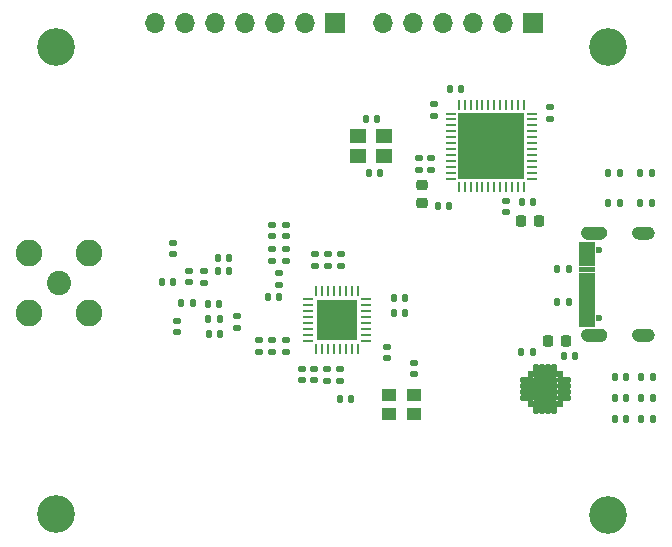
<source format=gbr>
%TF.GenerationSoftware,KiCad,Pcbnew,(6.0.6)*%
%TF.CreationDate,2024-06-26T22:32:41-07:00*%
%TF.ProjectId,rocketBeaconModule,726f636b-6574-4426-9561-636f6e4d6f64,rev?*%
%TF.SameCoordinates,Original*%
%TF.FileFunction,Soldermask,Top*%
%TF.FilePolarity,Negative*%
%FSLAX46Y46*%
G04 Gerber Fmt 4.6, Leading zero omitted, Abs format (unit mm)*
G04 Created by KiCad (PCBNEW (6.0.6)) date 2024-06-26 22:32:41*
%MOMM*%
%LPD*%
G01*
G04 APERTURE LIST*
G04 Aperture macros list*
%AMRoundRect*
0 Rectangle with rounded corners*
0 $1 Rounding radius*
0 $2 $3 $4 $5 $6 $7 $8 $9 X,Y pos of 4 corners*
0 Add a 4 corners polygon primitive as box body*
4,1,4,$2,$3,$4,$5,$6,$7,$8,$9,$2,$3,0*
0 Add four circle primitives for the rounded corners*
1,1,$1+$1,$2,$3*
1,1,$1+$1,$4,$5*
1,1,$1+$1,$6,$7*
1,1,$1+$1,$8,$9*
0 Add four rect primitives between the rounded corners*
20,1,$1+$1,$2,$3,$4,$5,0*
20,1,$1+$1,$4,$5,$6,$7,0*
20,1,$1+$1,$6,$7,$8,$9,0*
20,1,$1+$1,$8,$9,$2,$3,0*%
G04 Aperture macros list end*
%ADD10C,0.010000*%
%ADD11RoundRect,0.140000X-0.170000X0.140000X-0.170000X-0.140000X0.170000X-0.140000X0.170000X0.140000X0*%
%ADD12C,2.050000*%
%ADD13C,2.250000*%
%ADD14RoundRect,0.102000X0.175000X0.175000X-0.175000X0.175000X-0.175000X-0.175000X0.175000X-0.175000X0*%
%ADD15RoundRect,0.102000X-0.450000X0.150000X-0.450000X-0.150000X0.450000X-0.150000X0.450000X0.150000X0*%
%ADD16RoundRect,0.102000X-0.150000X-0.450000X0.150000X-0.450000X0.150000X0.450000X-0.150000X0.450000X0*%
%ADD17RoundRect,0.102000X0.450000X-0.150000X0.450000X0.150000X-0.450000X0.150000X-0.450000X-0.150000X0*%
%ADD18RoundRect,0.102000X0.150000X0.450000X-0.150000X0.450000X-0.150000X-0.450000X0.150000X-0.450000X0*%
%ADD19RoundRect,0.102000X0.900000X0.900000X-0.900000X0.900000X-0.900000X-0.900000X0.900000X-0.900000X0*%
%ADD20RoundRect,0.140000X0.170000X-0.140000X0.170000X0.140000X-0.170000X0.140000X-0.170000X-0.140000X0*%
%ADD21RoundRect,0.062500X-0.375000X-0.062500X0.375000X-0.062500X0.375000X0.062500X-0.375000X0.062500X0*%
%ADD22RoundRect,0.062500X-0.062500X-0.375000X0.062500X-0.375000X0.062500X0.375000X-0.062500X0.375000X0*%
%ADD23R,5.600000X5.600000*%
%ADD24RoundRect,0.147500X-0.147500X-0.172500X0.147500X-0.172500X0.147500X0.172500X-0.147500X0.172500X0*%
%ADD25RoundRect,0.140000X-0.140000X-0.170000X0.140000X-0.170000X0.140000X0.170000X-0.140000X0.170000X0*%
%ADD26RoundRect,0.140000X0.140000X0.170000X-0.140000X0.170000X-0.140000X-0.170000X0.140000X-0.170000X0*%
%ADD27C,3.200000*%
%ADD28RoundRect,0.135000X0.135000X0.185000X-0.135000X0.185000X-0.135000X-0.185000X0.135000X-0.185000X0*%
%ADD29RoundRect,0.218750X-0.256250X0.218750X-0.256250X-0.218750X0.256250X-0.218750X0.256250X0.218750X0*%
%ADD30RoundRect,0.062500X0.375000X0.062500X-0.375000X0.062500X-0.375000X-0.062500X0.375000X-0.062500X0*%
%ADD31RoundRect,0.062500X0.062500X0.375000X-0.062500X0.375000X-0.062500X-0.375000X0.062500X-0.375000X0*%
%ADD32R,3.450000X3.450000*%
%ADD33RoundRect,0.135000X-0.135000X-0.185000X0.135000X-0.185000X0.135000X0.185000X-0.135000X0.185000X0*%
%ADD34R,1.700000X1.700000*%
%ADD35O,1.700000X1.700000*%
%ADD36R,1.400000X1.200000*%
%ADD37R,1.300000X1.100000*%
%ADD38RoundRect,0.147500X0.147500X0.172500X-0.147500X0.172500X-0.147500X-0.172500X0.147500X-0.172500X0*%
%ADD39C,0.600000*%
%ADD40RoundRect,0.225000X-0.225000X-0.250000X0.225000X-0.250000X0.225000X0.250000X-0.225000X0.250000X0*%
%ADD41RoundRect,0.225000X0.225000X0.250000X-0.225000X0.250000X-0.225000X-0.250000X0.225000X-0.250000X0*%
G04 APERTURE END LIST*
%TO.C,J1*%
G36*
X224354500Y-92108000D02*
G01*
X223114500Y-92108000D01*
X223114500Y-91708000D01*
X224354500Y-91708000D01*
X224354500Y-92108000D01*
G37*
D10*
X224354500Y-92108000D02*
X223114500Y-92108000D01*
X223114500Y-91708000D01*
X224354500Y-91708000D01*
X224354500Y-92108000D01*
G36*
X224354500Y-88308000D02*
G01*
X223114500Y-88308000D01*
X223114500Y-87608000D01*
X224354500Y-87608000D01*
X224354500Y-88308000D01*
G37*
X224354500Y-88308000D02*
X223114500Y-88308000D01*
X223114500Y-87608000D01*
X224354500Y-87608000D01*
X224354500Y-88308000D01*
G36*
X228910500Y-94984000D02*
G01*
X228936500Y-94986000D01*
X228962500Y-94989000D01*
X228988500Y-94994000D01*
X229013500Y-95000000D01*
X229039500Y-95007000D01*
X229063500Y-95016000D01*
X229087500Y-95026000D01*
X229111500Y-95037000D01*
X229134500Y-95050000D01*
X229178500Y-95078000D01*
X229199500Y-95094000D01*
X229219500Y-95111000D01*
X229238500Y-95129000D01*
X229256500Y-95148000D01*
X229273500Y-95168000D01*
X229289500Y-95189000D01*
X229317500Y-95233000D01*
X229330500Y-95256000D01*
X229341500Y-95280000D01*
X229351500Y-95304000D01*
X229360500Y-95328000D01*
X229367500Y-95354000D01*
X229373500Y-95379000D01*
X229378500Y-95405000D01*
X229381500Y-95431000D01*
X229383500Y-95457000D01*
X229384500Y-95483000D01*
X229383500Y-95509000D01*
X229381500Y-95535000D01*
X229378500Y-95561000D01*
X229373500Y-95587000D01*
X229367500Y-95612000D01*
X229360500Y-95638000D01*
X229351500Y-95662000D01*
X229341500Y-95686000D01*
X229330500Y-95710000D01*
X229317500Y-95733000D01*
X229289500Y-95777000D01*
X229273500Y-95798000D01*
X229256500Y-95818000D01*
X229238500Y-95837000D01*
X229219500Y-95855000D01*
X229199500Y-95872000D01*
X229178500Y-95888000D01*
X229134500Y-95916000D01*
X229111500Y-95929000D01*
X229087500Y-95940000D01*
X229063500Y-95950000D01*
X229039500Y-95959000D01*
X229013500Y-95966000D01*
X228988500Y-95972000D01*
X228962500Y-95977000D01*
X228936500Y-95980000D01*
X228910500Y-95982000D01*
X228884500Y-95983000D01*
X228084500Y-95983000D01*
X228058500Y-95982000D01*
X228032500Y-95980000D01*
X228006500Y-95977000D01*
X227980500Y-95972000D01*
X227955500Y-95966000D01*
X227929500Y-95959000D01*
X227905500Y-95950000D01*
X227881500Y-95940000D01*
X227857500Y-95929000D01*
X227834500Y-95916000D01*
X227790500Y-95888000D01*
X227769500Y-95872000D01*
X227749500Y-95855000D01*
X227730500Y-95837000D01*
X227712500Y-95818000D01*
X227695500Y-95798000D01*
X227679500Y-95777000D01*
X227651500Y-95733000D01*
X227638500Y-95710000D01*
X227627500Y-95686000D01*
X227617500Y-95662000D01*
X227608500Y-95638000D01*
X227601500Y-95612000D01*
X227595500Y-95587000D01*
X227590500Y-95561000D01*
X227587500Y-95535000D01*
X227585500Y-95509000D01*
X227584500Y-95483000D01*
X227585500Y-95457000D01*
X227587500Y-95431000D01*
X227590500Y-95405000D01*
X227595500Y-95379000D01*
X227601500Y-95354000D01*
X227608500Y-95328000D01*
X227617500Y-95304000D01*
X227627500Y-95280000D01*
X227638500Y-95256000D01*
X227651500Y-95233000D01*
X227679500Y-95189000D01*
X227695500Y-95168000D01*
X227712500Y-95148000D01*
X227730500Y-95129000D01*
X227749500Y-95111000D01*
X227769500Y-95094000D01*
X227790500Y-95078000D01*
X227834500Y-95050000D01*
X227857500Y-95037000D01*
X227881500Y-95026000D01*
X227905500Y-95016000D01*
X227929500Y-95007000D01*
X227955500Y-95000000D01*
X227980500Y-94994000D01*
X228006500Y-94989000D01*
X228032500Y-94986000D01*
X228058500Y-94984000D01*
X228084500Y-94983000D01*
X228884500Y-94983000D01*
X228910500Y-94984000D01*
G37*
X228910500Y-94984000D02*
X228936500Y-94986000D01*
X228962500Y-94989000D01*
X228988500Y-94994000D01*
X229013500Y-95000000D01*
X229039500Y-95007000D01*
X229063500Y-95016000D01*
X229087500Y-95026000D01*
X229111500Y-95037000D01*
X229134500Y-95050000D01*
X229178500Y-95078000D01*
X229199500Y-95094000D01*
X229219500Y-95111000D01*
X229238500Y-95129000D01*
X229256500Y-95148000D01*
X229273500Y-95168000D01*
X229289500Y-95189000D01*
X229317500Y-95233000D01*
X229330500Y-95256000D01*
X229341500Y-95280000D01*
X229351500Y-95304000D01*
X229360500Y-95328000D01*
X229367500Y-95354000D01*
X229373500Y-95379000D01*
X229378500Y-95405000D01*
X229381500Y-95431000D01*
X229383500Y-95457000D01*
X229384500Y-95483000D01*
X229383500Y-95509000D01*
X229381500Y-95535000D01*
X229378500Y-95561000D01*
X229373500Y-95587000D01*
X229367500Y-95612000D01*
X229360500Y-95638000D01*
X229351500Y-95662000D01*
X229341500Y-95686000D01*
X229330500Y-95710000D01*
X229317500Y-95733000D01*
X229289500Y-95777000D01*
X229273500Y-95798000D01*
X229256500Y-95818000D01*
X229238500Y-95837000D01*
X229219500Y-95855000D01*
X229199500Y-95872000D01*
X229178500Y-95888000D01*
X229134500Y-95916000D01*
X229111500Y-95929000D01*
X229087500Y-95940000D01*
X229063500Y-95950000D01*
X229039500Y-95959000D01*
X229013500Y-95966000D01*
X228988500Y-95972000D01*
X228962500Y-95977000D01*
X228936500Y-95980000D01*
X228910500Y-95982000D01*
X228884500Y-95983000D01*
X228084500Y-95983000D01*
X228058500Y-95982000D01*
X228032500Y-95980000D01*
X228006500Y-95977000D01*
X227980500Y-95972000D01*
X227955500Y-95966000D01*
X227929500Y-95959000D01*
X227905500Y-95950000D01*
X227881500Y-95940000D01*
X227857500Y-95929000D01*
X227834500Y-95916000D01*
X227790500Y-95888000D01*
X227769500Y-95872000D01*
X227749500Y-95855000D01*
X227730500Y-95837000D01*
X227712500Y-95818000D01*
X227695500Y-95798000D01*
X227679500Y-95777000D01*
X227651500Y-95733000D01*
X227638500Y-95710000D01*
X227627500Y-95686000D01*
X227617500Y-95662000D01*
X227608500Y-95638000D01*
X227601500Y-95612000D01*
X227595500Y-95587000D01*
X227590500Y-95561000D01*
X227587500Y-95535000D01*
X227585500Y-95509000D01*
X227584500Y-95483000D01*
X227585500Y-95457000D01*
X227587500Y-95431000D01*
X227590500Y-95405000D01*
X227595500Y-95379000D01*
X227601500Y-95354000D01*
X227608500Y-95328000D01*
X227617500Y-95304000D01*
X227627500Y-95280000D01*
X227638500Y-95256000D01*
X227651500Y-95233000D01*
X227679500Y-95189000D01*
X227695500Y-95168000D01*
X227712500Y-95148000D01*
X227730500Y-95129000D01*
X227749500Y-95111000D01*
X227769500Y-95094000D01*
X227790500Y-95078000D01*
X227834500Y-95050000D01*
X227857500Y-95037000D01*
X227881500Y-95026000D01*
X227905500Y-95016000D01*
X227929500Y-95007000D01*
X227955500Y-95000000D01*
X227980500Y-94994000D01*
X228006500Y-94989000D01*
X228032500Y-94986000D01*
X228058500Y-94984000D01*
X228084500Y-94983000D01*
X228884500Y-94983000D01*
X228910500Y-94984000D01*
G36*
X224354500Y-90608000D02*
G01*
X223114500Y-90608000D01*
X223114500Y-90208000D01*
X224354500Y-90208000D01*
X224354500Y-90608000D01*
G37*
X224354500Y-90608000D02*
X223114500Y-90608000D01*
X223114500Y-90208000D01*
X224354500Y-90208000D01*
X224354500Y-90608000D01*
G36*
X224354500Y-89608000D02*
G01*
X223114500Y-89608000D01*
X223114500Y-89208000D01*
X224354500Y-89208000D01*
X224354500Y-89608000D01*
G37*
X224354500Y-89608000D02*
X223114500Y-89608000D01*
X223114500Y-89208000D01*
X224354500Y-89208000D01*
X224354500Y-89608000D01*
G36*
X224890500Y-94984000D02*
G01*
X224916500Y-94986000D01*
X224942500Y-94989000D01*
X224968500Y-94994000D01*
X224993500Y-95000000D01*
X225019500Y-95007000D01*
X225043500Y-95016000D01*
X225067500Y-95026000D01*
X225091500Y-95037000D01*
X225114500Y-95050000D01*
X225158500Y-95078000D01*
X225179500Y-95094000D01*
X225199500Y-95111000D01*
X225218500Y-95129000D01*
X225236500Y-95148000D01*
X225253500Y-95168000D01*
X225269500Y-95189000D01*
X225297500Y-95233000D01*
X225310500Y-95256000D01*
X225321500Y-95280000D01*
X225331500Y-95304000D01*
X225340500Y-95328000D01*
X225347500Y-95354000D01*
X225353500Y-95379000D01*
X225358500Y-95405000D01*
X225361500Y-95431000D01*
X225363500Y-95457000D01*
X225364500Y-95483000D01*
X225363500Y-95509000D01*
X225361500Y-95535000D01*
X225358500Y-95561000D01*
X225353500Y-95587000D01*
X225347500Y-95612000D01*
X225340500Y-95638000D01*
X225331500Y-95662000D01*
X225321500Y-95686000D01*
X225310500Y-95710000D01*
X225297500Y-95733000D01*
X225269500Y-95777000D01*
X225253500Y-95798000D01*
X225236500Y-95818000D01*
X225218500Y-95837000D01*
X225199500Y-95855000D01*
X225179500Y-95872000D01*
X225158500Y-95888000D01*
X225114500Y-95916000D01*
X225091500Y-95929000D01*
X225067500Y-95940000D01*
X225043500Y-95950000D01*
X225019500Y-95959000D01*
X224993500Y-95966000D01*
X224968500Y-95972000D01*
X224942500Y-95977000D01*
X224916500Y-95980000D01*
X224890500Y-95982000D01*
X224864500Y-95983000D01*
X223764500Y-95983000D01*
X223738500Y-95982000D01*
X223712500Y-95980000D01*
X223686500Y-95977000D01*
X223660500Y-95972000D01*
X223635500Y-95966000D01*
X223609500Y-95959000D01*
X223585500Y-95950000D01*
X223561500Y-95940000D01*
X223537500Y-95929000D01*
X223514500Y-95916000D01*
X223470500Y-95888000D01*
X223449500Y-95872000D01*
X223429500Y-95855000D01*
X223410500Y-95837000D01*
X223392500Y-95818000D01*
X223375500Y-95798000D01*
X223359500Y-95777000D01*
X223331500Y-95733000D01*
X223318500Y-95710000D01*
X223307500Y-95686000D01*
X223297500Y-95662000D01*
X223288500Y-95638000D01*
X223281500Y-95612000D01*
X223275500Y-95587000D01*
X223270500Y-95561000D01*
X223267500Y-95535000D01*
X223265500Y-95509000D01*
X223264500Y-95483000D01*
X223265500Y-95457000D01*
X223267500Y-95431000D01*
X223270500Y-95405000D01*
X223275500Y-95379000D01*
X223281500Y-95354000D01*
X223288500Y-95328000D01*
X223297500Y-95304000D01*
X223307500Y-95280000D01*
X223318500Y-95256000D01*
X223331500Y-95233000D01*
X223359500Y-95189000D01*
X223375500Y-95168000D01*
X223392500Y-95148000D01*
X223410500Y-95129000D01*
X223429500Y-95111000D01*
X223449500Y-95094000D01*
X223470500Y-95078000D01*
X223514500Y-95050000D01*
X223537500Y-95037000D01*
X223561500Y-95026000D01*
X223585500Y-95016000D01*
X223609500Y-95007000D01*
X223635500Y-95000000D01*
X223660500Y-94994000D01*
X223686500Y-94989000D01*
X223712500Y-94986000D01*
X223738500Y-94984000D01*
X223764500Y-94983000D01*
X224864500Y-94983000D01*
X224890500Y-94984000D01*
G37*
X224890500Y-94984000D02*
X224916500Y-94986000D01*
X224942500Y-94989000D01*
X224968500Y-94994000D01*
X224993500Y-95000000D01*
X225019500Y-95007000D01*
X225043500Y-95016000D01*
X225067500Y-95026000D01*
X225091500Y-95037000D01*
X225114500Y-95050000D01*
X225158500Y-95078000D01*
X225179500Y-95094000D01*
X225199500Y-95111000D01*
X225218500Y-95129000D01*
X225236500Y-95148000D01*
X225253500Y-95168000D01*
X225269500Y-95189000D01*
X225297500Y-95233000D01*
X225310500Y-95256000D01*
X225321500Y-95280000D01*
X225331500Y-95304000D01*
X225340500Y-95328000D01*
X225347500Y-95354000D01*
X225353500Y-95379000D01*
X225358500Y-95405000D01*
X225361500Y-95431000D01*
X225363500Y-95457000D01*
X225364500Y-95483000D01*
X225363500Y-95509000D01*
X225361500Y-95535000D01*
X225358500Y-95561000D01*
X225353500Y-95587000D01*
X225347500Y-95612000D01*
X225340500Y-95638000D01*
X225331500Y-95662000D01*
X225321500Y-95686000D01*
X225310500Y-95710000D01*
X225297500Y-95733000D01*
X225269500Y-95777000D01*
X225253500Y-95798000D01*
X225236500Y-95818000D01*
X225218500Y-95837000D01*
X225199500Y-95855000D01*
X225179500Y-95872000D01*
X225158500Y-95888000D01*
X225114500Y-95916000D01*
X225091500Y-95929000D01*
X225067500Y-95940000D01*
X225043500Y-95950000D01*
X225019500Y-95959000D01*
X224993500Y-95966000D01*
X224968500Y-95972000D01*
X224942500Y-95977000D01*
X224916500Y-95980000D01*
X224890500Y-95982000D01*
X224864500Y-95983000D01*
X223764500Y-95983000D01*
X223738500Y-95982000D01*
X223712500Y-95980000D01*
X223686500Y-95977000D01*
X223660500Y-95972000D01*
X223635500Y-95966000D01*
X223609500Y-95959000D01*
X223585500Y-95950000D01*
X223561500Y-95940000D01*
X223537500Y-95929000D01*
X223514500Y-95916000D01*
X223470500Y-95888000D01*
X223449500Y-95872000D01*
X223429500Y-95855000D01*
X223410500Y-95837000D01*
X223392500Y-95818000D01*
X223375500Y-95798000D01*
X223359500Y-95777000D01*
X223331500Y-95733000D01*
X223318500Y-95710000D01*
X223307500Y-95686000D01*
X223297500Y-95662000D01*
X223288500Y-95638000D01*
X223281500Y-95612000D01*
X223275500Y-95587000D01*
X223270500Y-95561000D01*
X223267500Y-95535000D01*
X223265500Y-95509000D01*
X223264500Y-95483000D01*
X223265500Y-95457000D01*
X223267500Y-95431000D01*
X223270500Y-95405000D01*
X223275500Y-95379000D01*
X223281500Y-95354000D01*
X223288500Y-95328000D01*
X223297500Y-95304000D01*
X223307500Y-95280000D01*
X223318500Y-95256000D01*
X223331500Y-95233000D01*
X223359500Y-95189000D01*
X223375500Y-95168000D01*
X223392500Y-95148000D01*
X223410500Y-95129000D01*
X223429500Y-95111000D01*
X223449500Y-95094000D01*
X223470500Y-95078000D01*
X223514500Y-95050000D01*
X223537500Y-95037000D01*
X223561500Y-95026000D01*
X223585500Y-95016000D01*
X223609500Y-95007000D01*
X223635500Y-95000000D01*
X223660500Y-94994000D01*
X223686500Y-94989000D01*
X223712500Y-94986000D01*
X223738500Y-94984000D01*
X223764500Y-94983000D01*
X224864500Y-94983000D01*
X224890500Y-94984000D01*
G36*
X224354500Y-91108000D02*
G01*
X223114500Y-91108000D01*
X223114500Y-90708000D01*
X224354500Y-90708000D01*
X224354500Y-91108000D01*
G37*
X224354500Y-91108000D02*
X223114500Y-91108000D01*
X223114500Y-90708000D01*
X224354500Y-90708000D01*
X224354500Y-91108000D01*
G36*
X224354500Y-89108000D02*
G01*
X223114500Y-89108000D01*
X223114500Y-88408000D01*
X224354500Y-88408000D01*
X224354500Y-89108000D01*
G37*
X224354500Y-89108000D02*
X223114500Y-89108000D01*
X223114500Y-88408000D01*
X224354500Y-88408000D01*
X224354500Y-89108000D01*
G36*
X224354500Y-94708000D02*
G01*
X223114500Y-94708000D01*
X223114500Y-94008000D01*
X224354500Y-94008000D01*
X224354500Y-94708000D01*
G37*
X224354500Y-94708000D02*
X223114500Y-94708000D01*
X223114500Y-94008000D01*
X224354500Y-94008000D01*
X224354500Y-94708000D01*
G36*
X224354500Y-91608000D02*
G01*
X223114500Y-91608000D01*
X223114500Y-91208000D01*
X224354500Y-91208000D01*
X224354500Y-91608000D01*
G37*
X224354500Y-91608000D02*
X223114500Y-91608000D01*
X223114500Y-91208000D01*
X224354500Y-91208000D01*
X224354500Y-91608000D01*
G36*
X224354500Y-93108000D02*
G01*
X223114500Y-93108000D01*
X223114500Y-92708000D01*
X224354500Y-92708000D01*
X224354500Y-93108000D01*
G37*
X224354500Y-93108000D02*
X223114500Y-93108000D01*
X223114500Y-92708000D01*
X224354500Y-92708000D01*
X224354500Y-93108000D01*
G36*
X224890500Y-86334000D02*
G01*
X224916500Y-86336000D01*
X224942500Y-86339000D01*
X224968500Y-86344000D01*
X224993500Y-86350000D01*
X225019500Y-86357000D01*
X225043500Y-86366000D01*
X225067500Y-86376000D01*
X225091500Y-86387000D01*
X225114500Y-86400000D01*
X225158500Y-86428000D01*
X225179500Y-86444000D01*
X225199500Y-86461000D01*
X225218500Y-86479000D01*
X225236500Y-86498000D01*
X225253500Y-86518000D01*
X225269500Y-86539000D01*
X225297500Y-86583000D01*
X225310500Y-86606000D01*
X225321500Y-86630000D01*
X225331500Y-86654000D01*
X225340500Y-86678000D01*
X225347500Y-86704000D01*
X225353500Y-86729000D01*
X225358500Y-86755000D01*
X225361500Y-86781000D01*
X225363500Y-86807000D01*
X225364500Y-86833000D01*
X225363500Y-86863000D01*
X225360500Y-86890000D01*
X225356500Y-86916000D01*
X225351500Y-86942000D01*
X225337500Y-86992000D01*
X225327500Y-87017000D01*
X225317500Y-87041000D01*
X225305500Y-87065000D01*
X225292500Y-87088000D01*
X225278500Y-87110000D01*
X225262500Y-87132000D01*
X225246500Y-87153000D01*
X225210500Y-87191000D01*
X225190500Y-87209000D01*
X225170500Y-87226000D01*
X225149500Y-87242000D01*
X225127500Y-87256000D01*
X225104500Y-87270000D01*
X225080500Y-87282000D01*
X225056500Y-87293000D01*
X225032500Y-87303000D01*
X225007500Y-87311000D01*
X224981500Y-87318000D01*
X224955500Y-87324000D01*
X224929500Y-87328000D01*
X224903500Y-87331000D01*
X224877500Y-87333000D01*
X223754500Y-87333000D01*
X223724500Y-87332000D01*
X223699500Y-87329000D01*
X223673500Y-87326000D01*
X223623500Y-87314000D01*
X223598500Y-87306000D01*
X223574500Y-87297000D01*
X223550500Y-87287000D01*
X223527500Y-87275000D01*
X223504500Y-87262000D01*
X223482500Y-87248000D01*
X223461500Y-87233000D01*
X223441500Y-87217000D01*
X223421500Y-87200000D01*
X223403500Y-87182000D01*
X223385500Y-87163000D01*
X223369500Y-87143000D01*
X223353500Y-87122000D01*
X223339500Y-87100000D01*
X223326500Y-87078000D01*
X223314500Y-87055000D01*
X223303500Y-87031000D01*
X223294500Y-87007000D01*
X223286500Y-86983000D01*
X223279500Y-86958000D01*
X223273500Y-86932000D01*
X223269500Y-86907000D01*
X223266500Y-86881000D01*
X223264500Y-86855000D01*
X223264500Y-86833000D01*
X223265500Y-86807000D01*
X223267500Y-86781000D01*
X223270500Y-86755000D01*
X223275500Y-86729000D01*
X223281500Y-86704000D01*
X223288500Y-86678000D01*
X223297500Y-86654000D01*
X223307500Y-86630000D01*
X223318500Y-86606000D01*
X223331500Y-86583000D01*
X223359500Y-86539000D01*
X223375500Y-86518000D01*
X223392500Y-86498000D01*
X223410500Y-86479000D01*
X223429500Y-86461000D01*
X223449500Y-86444000D01*
X223470500Y-86428000D01*
X223514500Y-86400000D01*
X223537500Y-86387000D01*
X223561500Y-86376000D01*
X223585500Y-86366000D01*
X223609500Y-86357000D01*
X223635500Y-86350000D01*
X223660500Y-86344000D01*
X223686500Y-86339000D01*
X223712500Y-86336000D01*
X223738500Y-86334000D01*
X223764500Y-86333000D01*
X224864500Y-86333000D01*
X224890500Y-86334000D01*
G37*
X224890500Y-86334000D02*
X224916500Y-86336000D01*
X224942500Y-86339000D01*
X224968500Y-86344000D01*
X224993500Y-86350000D01*
X225019500Y-86357000D01*
X225043500Y-86366000D01*
X225067500Y-86376000D01*
X225091500Y-86387000D01*
X225114500Y-86400000D01*
X225158500Y-86428000D01*
X225179500Y-86444000D01*
X225199500Y-86461000D01*
X225218500Y-86479000D01*
X225236500Y-86498000D01*
X225253500Y-86518000D01*
X225269500Y-86539000D01*
X225297500Y-86583000D01*
X225310500Y-86606000D01*
X225321500Y-86630000D01*
X225331500Y-86654000D01*
X225340500Y-86678000D01*
X225347500Y-86704000D01*
X225353500Y-86729000D01*
X225358500Y-86755000D01*
X225361500Y-86781000D01*
X225363500Y-86807000D01*
X225364500Y-86833000D01*
X225363500Y-86863000D01*
X225360500Y-86890000D01*
X225356500Y-86916000D01*
X225351500Y-86942000D01*
X225337500Y-86992000D01*
X225327500Y-87017000D01*
X225317500Y-87041000D01*
X225305500Y-87065000D01*
X225292500Y-87088000D01*
X225278500Y-87110000D01*
X225262500Y-87132000D01*
X225246500Y-87153000D01*
X225210500Y-87191000D01*
X225190500Y-87209000D01*
X225170500Y-87226000D01*
X225149500Y-87242000D01*
X225127500Y-87256000D01*
X225104500Y-87270000D01*
X225080500Y-87282000D01*
X225056500Y-87293000D01*
X225032500Y-87303000D01*
X225007500Y-87311000D01*
X224981500Y-87318000D01*
X224955500Y-87324000D01*
X224929500Y-87328000D01*
X224903500Y-87331000D01*
X224877500Y-87333000D01*
X223754500Y-87333000D01*
X223724500Y-87332000D01*
X223699500Y-87329000D01*
X223673500Y-87326000D01*
X223623500Y-87314000D01*
X223598500Y-87306000D01*
X223574500Y-87297000D01*
X223550500Y-87287000D01*
X223527500Y-87275000D01*
X223504500Y-87262000D01*
X223482500Y-87248000D01*
X223461500Y-87233000D01*
X223441500Y-87217000D01*
X223421500Y-87200000D01*
X223403500Y-87182000D01*
X223385500Y-87163000D01*
X223369500Y-87143000D01*
X223353500Y-87122000D01*
X223339500Y-87100000D01*
X223326500Y-87078000D01*
X223314500Y-87055000D01*
X223303500Y-87031000D01*
X223294500Y-87007000D01*
X223286500Y-86983000D01*
X223279500Y-86958000D01*
X223273500Y-86932000D01*
X223269500Y-86907000D01*
X223266500Y-86881000D01*
X223264500Y-86855000D01*
X223264500Y-86833000D01*
X223265500Y-86807000D01*
X223267500Y-86781000D01*
X223270500Y-86755000D01*
X223275500Y-86729000D01*
X223281500Y-86704000D01*
X223288500Y-86678000D01*
X223297500Y-86654000D01*
X223307500Y-86630000D01*
X223318500Y-86606000D01*
X223331500Y-86583000D01*
X223359500Y-86539000D01*
X223375500Y-86518000D01*
X223392500Y-86498000D01*
X223410500Y-86479000D01*
X223429500Y-86461000D01*
X223449500Y-86444000D01*
X223470500Y-86428000D01*
X223514500Y-86400000D01*
X223537500Y-86387000D01*
X223561500Y-86376000D01*
X223585500Y-86366000D01*
X223609500Y-86357000D01*
X223635500Y-86350000D01*
X223660500Y-86344000D01*
X223686500Y-86339000D01*
X223712500Y-86336000D01*
X223738500Y-86334000D01*
X223764500Y-86333000D01*
X224864500Y-86333000D01*
X224890500Y-86334000D01*
G36*
X224354500Y-92608000D02*
G01*
X223114500Y-92608000D01*
X223114500Y-92208000D01*
X224354500Y-92208000D01*
X224354500Y-92608000D01*
G37*
X224354500Y-92608000D02*
X223114500Y-92608000D01*
X223114500Y-92208000D01*
X224354500Y-92208000D01*
X224354500Y-92608000D01*
G36*
X228910500Y-86334000D02*
G01*
X228936500Y-86336000D01*
X228962500Y-86339000D01*
X228988500Y-86344000D01*
X229013500Y-86350000D01*
X229039500Y-86357000D01*
X229063500Y-86366000D01*
X229087500Y-86376000D01*
X229111500Y-86387000D01*
X229134500Y-86400000D01*
X229178500Y-86428000D01*
X229199500Y-86444000D01*
X229219500Y-86461000D01*
X229238500Y-86479000D01*
X229256500Y-86498000D01*
X229273500Y-86518000D01*
X229289500Y-86539000D01*
X229317500Y-86583000D01*
X229330500Y-86606000D01*
X229341500Y-86630000D01*
X229351500Y-86654000D01*
X229360500Y-86678000D01*
X229367500Y-86704000D01*
X229373500Y-86729000D01*
X229378500Y-86755000D01*
X229381500Y-86781000D01*
X229383500Y-86807000D01*
X229384500Y-86833000D01*
X229383500Y-86859000D01*
X229381500Y-86885000D01*
X229378500Y-86911000D01*
X229373500Y-86937000D01*
X229367500Y-86962000D01*
X229360500Y-86988000D01*
X229351500Y-87012000D01*
X229341500Y-87036000D01*
X229330500Y-87060000D01*
X229317500Y-87083000D01*
X229289500Y-87127000D01*
X229273500Y-87148000D01*
X229256500Y-87168000D01*
X229238500Y-87187000D01*
X229219500Y-87205000D01*
X229199500Y-87222000D01*
X229178500Y-87238000D01*
X229134500Y-87266000D01*
X229111500Y-87279000D01*
X229087500Y-87290000D01*
X229063500Y-87300000D01*
X229039500Y-87309000D01*
X229013500Y-87316000D01*
X228988500Y-87322000D01*
X228962500Y-87327000D01*
X228936500Y-87330000D01*
X228910500Y-87332000D01*
X228884500Y-87333000D01*
X228084500Y-87333000D01*
X228058500Y-87332000D01*
X228032500Y-87330000D01*
X228006500Y-87327000D01*
X227980500Y-87322000D01*
X227955500Y-87316000D01*
X227929500Y-87309000D01*
X227905500Y-87300000D01*
X227881500Y-87290000D01*
X227857500Y-87279000D01*
X227834500Y-87266000D01*
X227790500Y-87238000D01*
X227769500Y-87222000D01*
X227749500Y-87205000D01*
X227730500Y-87187000D01*
X227712500Y-87168000D01*
X227695500Y-87148000D01*
X227679500Y-87127000D01*
X227651500Y-87083000D01*
X227638500Y-87060000D01*
X227627500Y-87036000D01*
X227617500Y-87012000D01*
X227608500Y-86988000D01*
X227601500Y-86962000D01*
X227595500Y-86937000D01*
X227590500Y-86911000D01*
X227587500Y-86885000D01*
X227585500Y-86859000D01*
X227584500Y-86833000D01*
X227585500Y-86807000D01*
X227587500Y-86781000D01*
X227590500Y-86755000D01*
X227595500Y-86729000D01*
X227601500Y-86704000D01*
X227608500Y-86678000D01*
X227617500Y-86654000D01*
X227627500Y-86630000D01*
X227638500Y-86606000D01*
X227651500Y-86583000D01*
X227679500Y-86539000D01*
X227695500Y-86518000D01*
X227712500Y-86498000D01*
X227730500Y-86479000D01*
X227749500Y-86461000D01*
X227769500Y-86444000D01*
X227790500Y-86428000D01*
X227834500Y-86400000D01*
X227857500Y-86387000D01*
X227881500Y-86376000D01*
X227905500Y-86366000D01*
X227929500Y-86357000D01*
X227955500Y-86350000D01*
X227980500Y-86344000D01*
X228006500Y-86339000D01*
X228032500Y-86336000D01*
X228058500Y-86334000D01*
X228084500Y-86333000D01*
X228884500Y-86333000D01*
X228910500Y-86334000D01*
G37*
X228910500Y-86334000D02*
X228936500Y-86336000D01*
X228962500Y-86339000D01*
X228988500Y-86344000D01*
X229013500Y-86350000D01*
X229039500Y-86357000D01*
X229063500Y-86366000D01*
X229087500Y-86376000D01*
X229111500Y-86387000D01*
X229134500Y-86400000D01*
X229178500Y-86428000D01*
X229199500Y-86444000D01*
X229219500Y-86461000D01*
X229238500Y-86479000D01*
X229256500Y-86498000D01*
X229273500Y-86518000D01*
X229289500Y-86539000D01*
X229317500Y-86583000D01*
X229330500Y-86606000D01*
X229341500Y-86630000D01*
X229351500Y-86654000D01*
X229360500Y-86678000D01*
X229367500Y-86704000D01*
X229373500Y-86729000D01*
X229378500Y-86755000D01*
X229381500Y-86781000D01*
X229383500Y-86807000D01*
X229384500Y-86833000D01*
X229383500Y-86859000D01*
X229381500Y-86885000D01*
X229378500Y-86911000D01*
X229373500Y-86937000D01*
X229367500Y-86962000D01*
X229360500Y-86988000D01*
X229351500Y-87012000D01*
X229341500Y-87036000D01*
X229330500Y-87060000D01*
X229317500Y-87083000D01*
X229289500Y-87127000D01*
X229273500Y-87148000D01*
X229256500Y-87168000D01*
X229238500Y-87187000D01*
X229219500Y-87205000D01*
X229199500Y-87222000D01*
X229178500Y-87238000D01*
X229134500Y-87266000D01*
X229111500Y-87279000D01*
X229087500Y-87290000D01*
X229063500Y-87300000D01*
X229039500Y-87309000D01*
X229013500Y-87316000D01*
X228988500Y-87322000D01*
X228962500Y-87327000D01*
X228936500Y-87330000D01*
X228910500Y-87332000D01*
X228884500Y-87333000D01*
X228084500Y-87333000D01*
X228058500Y-87332000D01*
X228032500Y-87330000D01*
X228006500Y-87327000D01*
X227980500Y-87322000D01*
X227955500Y-87316000D01*
X227929500Y-87309000D01*
X227905500Y-87300000D01*
X227881500Y-87290000D01*
X227857500Y-87279000D01*
X227834500Y-87266000D01*
X227790500Y-87238000D01*
X227769500Y-87222000D01*
X227749500Y-87205000D01*
X227730500Y-87187000D01*
X227712500Y-87168000D01*
X227695500Y-87148000D01*
X227679500Y-87127000D01*
X227651500Y-87083000D01*
X227638500Y-87060000D01*
X227627500Y-87036000D01*
X227617500Y-87012000D01*
X227608500Y-86988000D01*
X227601500Y-86962000D01*
X227595500Y-86937000D01*
X227590500Y-86911000D01*
X227587500Y-86885000D01*
X227585500Y-86859000D01*
X227584500Y-86833000D01*
X227585500Y-86807000D01*
X227587500Y-86781000D01*
X227590500Y-86755000D01*
X227595500Y-86729000D01*
X227601500Y-86704000D01*
X227608500Y-86678000D01*
X227617500Y-86654000D01*
X227627500Y-86630000D01*
X227638500Y-86606000D01*
X227651500Y-86583000D01*
X227679500Y-86539000D01*
X227695500Y-86518000D01*
X227712500Y-86498000D01*
X227730500Y-86479000D01*
X227749500Y-86461000D01*
X227769500Y-86444000D01*
X227790500Y-86428000D01*
X227834500Y-86400000D01*
X227857500Y-86387000D01*
X227881500Y-86376000D01*
X227905500Y-86366000D01*
X227929500Y-86357000D01*
X227955500Y-86350000D01*
X227980500Y-86344000D01*
X228006500Y-86339000D01*
X228032500Y-86336000D01*
X228058500Y-86334000D01*
X228084500Y-86333000D01*
X228884500Y-86333000D01*
X228910500Y-86334000D01*
G36*
X224354500Y-93908000D02*
G01*
X223114500Y-93908000D01*
X223114500Y-93208000D01*
X224354500Y-93208000D01*
X224354500Y-93908000D01*
G37*
X224354500Y-93908000D02*
X223114500Y-93908000D01*
X223114500Y-93208000D01*
X224354500Y-93208000D01*
X224354500Y-93908000D01*
G36*
X224354500Y-90108000D02*
G01*
X223114500Y-90108000D01*
X223114500Y-89708000D01*
X224354500Y-89708000D01*
X224354500Y-90108000D01*
G37*
X224354500Y-90108000D02*
X223114500Y-90108000D01*
X223114500Y-89708000D01*
X224354500Y-89708000D01*
X224354500Y-90108000D01*
%TD*%
D11*
%TO.C,C18*%
X206822000Y-96504000D03*
X206822000Y-97464000D03*
%TD*%
D12*
%TO.C,P1*%
X179072000Y-91059000D03*
D13*
X176532000Y-93599000D03*
X176532000Y-88519000D03*
X181612000Y-88519000D03*
X181612000Y-93599000D03*
%TD*%
D14*
%TO.C,U2*%
X221468000Y-101326000D03*
D15*
X221768000Y-100826000D03*
X221768000Y-100326000D03*
X221768000Y-99826000D03*
X221768000Y-99326000D03*
D14*
X221468000Y-98826000D03*
D16*
X220968000Y-98526000D03*
X220468000Y-98526000D03*
X219968000Y-98526000D03*
X219468000Y-98526000D03*
D14*
X218968000Y-98826000D03*
D17*
X218668000Y-99326000D03*
X218668000Y-99826000D03*
X218668000Y-100326000D03*
X218668000Y-100826000D03*
D14*
X218968000Y-101326000D03*
D18*
X219468000Y-101626000D03*
X219968000Y-101626000D03*
X220468000Y-101626000D03*
X220968000Y-101626000D03*
D19*
X220218000Y-100076000D03*
%TD*%
D20*
%TO.C,C26*%
X198272000Y-89214000D03*
X198272000Y-88254000D03*
%TD*%
D21*
%TO.C,U1*%
X212208500Y-76752000D03*
X212208500Y-77252000D03*
X212208500Y-77752000D03*
X212208500Y-78252000D03*
X212208500Y-78752000D03*
X212208500Y-79252000D03*
X212208500Y-79752000D03*
X212208500Y-80252000D03*
X212208500Y-80752000D03*
X212208500Y-81252000D03*
X212208500Y-81752000D03*
X212208500Y-82252000D03*
D22*
X212896000Y-82939500D03*
X213396000Y-82939500D03*
X213896000Y-82939500D03*
X214396000Y-82939500D03*
X214896000Y-82939500D03*
X215396000Y-82939500D03*
X215896000Y-82939500D03*
X216396000Y-82939500D03*
X216896000Y-82939500D03*
X217396000Y-82939500D03*
X217896000Y-82939500D03*
X218396000Y-82939500D03*
D21*
X219083500Y-82252000D03*
X219083500Y-81752000D03*
X219083500Y-81252000D03*
X219083500Y-80752000D03*
X219083500Y-80252000D03*
X219083500Y-79752000D03*
X219083500Y-79252000D03*
X219083500Y-78752000D03*
X219083500Y-78252000D03*
X219083500Y-77752000D03*
X219083500Y-77252000D03*
X219083500Y-76752000D03*
D22*
X218396000Y-76064500D03*
X217896000Y-76064500D03*
X217396000Y-76064500D03*
X216896000Y-76064500D03*
X216396000Y-76064500D03*
X215896000Y-76064500D03*
X215396000Y-76064500D03*
X214896000Y-76064500D03*
X214396000Y-76064500D03*
X213896000Y-76064500D03*
X213396000Y-76064500D03*
X212896000Y-76064500D03*
D23*
X215646000Y-79502000D03*
%TD*%
D24*
%TO.C,D4*%
X226083000Y-100838000D03*
X227053000Y-100838000D03*
%TD*%
D20*
%TO.C,C29*%
X199597000Y-99314000D03*
X199597000Y-98354000D03*
%TD*%
D25*
%TO.C,C32*%
X191717000Y-95384000D03*
X192677000Y-95384000D03*
%TD*%
D20*
%TO.C,C22*%
X197072000Y-87139000D03*
X197072000Y-86179000D03*
%TD*%
D25*
%TO.C,C6*%
X205260000Y-81788000D03*
X206220000Y-81788000D03*
%TD*%
D24*
%TO.C,D2*%
X228242000Y-84328000D03*
X229212000Y-84328000D03*
%TD*%
D11*
%TO.C,C21*%
X198247000Y-95954000D03*
X198247000Y-96914000D03*
%TD*%
%TO.C,C9*%
X216916000Y-84130000D03*
X216916000Y-85090000D03*
%TD*%
D26*
%TO.C,L5*%
X193477000Y-90109000D03*
X192517000Y-90109000D03*
%TD*%
D20*
%TO.C,C19*%
X200697000Y-89614000D03*
X200697000Y-88654000D03*
%TD*%
D27*
%TO.C,H4*%
X178816000Y-110617000D03*
%TD*%
%TO.C,H1*%
X225552000Y-110744000D03*
%TD*%
D28*
%TO.C,R12*%
X219204000Y-96901000D03*
X218184000Y-96901000D03*
%TD*%
D20*
%TO.C,C23*%
X200672000Y-99339000D03*
X200672000Y-98379000D03*
%TD*%
D24*
%TO.C,D5*%
X226083000Y-102616000D03*
X227053000Y-102616000D03*
%TD*%
D20*
%TO.C,C7*%
X210820000Y-76934000D03*
X210820000Y-75974000D03*
%TD*%
D11*
%TO.C,L7*%
X190072000Y-90079000D03*
X190072000Y-91039000D03*
%TD*%
D28*
%TO.C,R6*%
X226570000Y-84328000D03*
X225550000Y-84328000D03*
%TD*%
D11*
%TO.C,C8*%
X220599000Y-76228000D03*
X220599000Y-77188000D03*
%TD*%
D25*
%TO.C,C15*%
X207417000Y-93609000D03*
X208377000Y-93609000D03*
%TD*%
D29*
%TO.C,FB1*%
X209804000Y-82778500D03*
X209804000Y-84353500D03*
%TD*%
D25*
%TO.C,C5*%
X212118000Y-74676000D03*
X213078000Y-74676000D03*
%TD*%
D11*
%TO.C,C24*%
X197097000Y-95954000D03*
X197097000Y-96914000D03*
%TD*%
%TO.C,L2*%
X194122000Y-93904000D03*
X194122000Y-94864000D03*
%TD*%
D30*
%TO.C,U3*%
X205009500Y-95984000D03*
X205009500Y-95484000D03*
X205009500Y-94984000D03*
X205009500Y-94484000D03*
X205009500Y-93984000D03*
X205009500Y-93484000D03*
X205009500Y-92984000D03*
X205009500Y-92484000D03*
D31*
X204322000Y-91796500D03*
X203822000Y-91796500D03*
X203322000Y-91796500D03*
X202822000Y-91796500D03*
X202322000Y-91796500D03*
X201822000Y-91796500D03*
X201322000Y-91796500D03*
X200822000Y-91796500D03*
D30*
X200134500Y-92484000D03*
X200134500Y-92984000D03*
X200134500Y-93484000D03*
X200134500Y-93984000D03*
X200134500Y-94484000D03*
X200134500Y-94984000D03*
X200134500Y-95484000D03*
X200134500Y-95984000D03*
D31*
X200822000Y-96671500D03*
X201322000Y-96671500D03*
X201822000Y-96671500D03*
X202322000Y-96671500D03*
X202822000Y-96671500D03*
X203322000Y-96671500D03*
X203822000Y-96671500D03*
X204322000Y-96671500D03*
D32*
X202572000Y-94234000D03*
%TD*%
D28*
%TO.C,R10*%
X229364000Y-100838000D03*
X228344000Y-100838000D03*
%TD*%
D24*
%TO.C,D3*%
X228242000Y-81788000D03*
X229212000Y-81788000D03*
%TD*%
D33*
%TO.C,R4*%
X221232000Y-89916000D03*
X222252000Y-89916000D03*
%TD*%
D25*
%TO.C,L6*%
X189417000Y-92784000D03*
X190377000Y-92784000D03*
%TD*%
D20*
%TO.C,C25*%
X202822000Y-99364000D03*
X202822000Y-98404000D03*
%TD*%
D34*
%TO.C,EX1*%
X202443000Y-69088000D03*
D35*
X199903000Y-69088000D03*
X197363000Y-69088000D03*
X194823000Y-69088000D03*
X192283000Y-69088000D03*
X189743000Y-69088000D03*
X187203000Y-69088000D03*
%TD*%
D36*
%TO.C,Y1*%
X206586000Y-78652000D03*
X204386000Y-78652000D03*
X204386000Y-80352000D03*
X206586000Y-80352000D03*
%TD*%
D26*
%TO.C,C31*%
X203797000Y-100934000D03*
X202837000Y-100934000D03*
%TD*%
D25*
%TO.C,C34*%
X192517000Y-88959000D03*
X193477000Y-88959000D03*
%TD*%
D20*
%TO.C,C11*%
X209550000Y-81506000D03*
X209550000Y-80546000D03*
%TD*%
D11*
%TO.C,C36*%
X209072000Y-97829000D03*
X209072000Y-98789000D03*
%TD*%
D20*
%TO.C,C28*%
X201747000Y-99364000D03*
X201747000Y-98404000D03*
%TD*%
D28*
%TO.C,R11*%
X229364000Y-102616000D03*
X228344000Y-102616000D03*
%TD*%
D37*
%TO.C,X1*%
X206972000Y-102209000D03*
X209072000Y-102209000D03*
X209072000Y-100559000D03*
X206972000Y-100559000D03*
%TD*%
D26*
%TO.C,C4*%
X219174000Y-84201000D03*
X218214000Y-84201000D03*
%TD*%
D20*
%TO.C,C17*%
X202947000Y-89614000D03*
X202947000Y-88654000D03*
%TD*%
D33*
%TO.C,R5*%
X228344000Y-99060000D03*
X229364000Y-99060000D03*
%TD*%
D25*
%TO.C,C16*%
X207417000Y-92384000D03*
X208377000Y-92384000D03*
%TD*%
D34*
%TO.C,SWD1*%
X219202000Y-69088000D03*
D35*
X216662000Y-69088000D03*
X214122000Y-69088000D03*
X211582000Y-69088000D03*
X209042000Y-69088000D03*
X206502000Y-69088000D03*
%TD*%
D33*
%TO.C,R3*%
X221232000Y-92710000D03*
X222252000Y-92710000D03*
%TD*%
D20*
%TO.C,R9*%
X197097000Y-89214000D03*
X197097000Y-88254000D03*
%TD*%
D28*
%TO.C,R7*%
X226570000Y-81788000D03*
X225550000Y-81788000D03*
%TD*%
D25*
%TO.C,C33*%
X191642000Y-92834000D03*
X192602000Y-92834000D03*
%TD*%
D20*
%TO.C,L3*%
X189072000Y-95264000D03*
X189072000Y-94304000D03*
%TD*%
%TO.C,C37*%
X188697000Y-88664000D03*
X188697000Y-87704000D03*
%TD*%
D25*
%TO.C,C13*%
X221770000Y-97282000D03*
X222730000Y-97282000D03*
%TD*%
D27*
%TO.C,H2*%
X178816000Y-71120000D03*
%TD*%
D26*
%TO.C,L4*%
X192652000Y-94109000D03*
X191692000Y-94109000D03*
%TD*%
D20*
%TO.C,C10*%
X210566000Y-81506000D03*
X210566000Y-80546000D03*
%TD*%
D25*
%TO.C,C30*%
X196742000Y-92309000D03*
X197702000Y-92309000D03*
%TD*%
D27*
%TO.C,H3*%
X225552000Y-71120000D03*
%TD*%
D38*
%TO.C,D1*%
X227053000Y-99060000D03*
X226083000Y-99060000D03*
%TD*%
D20*
%TO.C,C35*%
X191297000Y-91064000D03*
X191297000Y-90104000D03*
%TD*%
D26*
%TO.C,L8*%
X188702000Y-91034000D03*
X187742000Y-91034000D03*
%TD*%
%TO.C,C3*%
X205966000Y-77216000D03*
X205006000Y-77216000D03*
%TD*%
D25*
%TO.C,C12*%
X211102000Y-84582000D03*
X212062000Y-84582000D03*
%TD*%
D20*
%TO.C,C20*%
X195947000Y-96914000D03*
X195947000Y-95954000D03*
%TD*%
D39*
%TO.C,J1*%
X224804500Y-94048000D03*
X224804500Y-88268000D03*
%TD*%
D40*
%TO.C,C1*%
X220459000Y-96012000D03*
X222009000Y-96012000D03*
%TD*%
D20*
%TO.C,R8*%
X201822000Y-89614000D03*
X201822000Y-88654000D03*
%TD*%
D41*
%TO.C,C2*%
X219723000Y-85852000D03*
X218173000Y-85852000D03*
%TD*%
D11*
%TO.C,L1*%
X197672000Y-90279000D03*
X197672000Y-91239000D03*
%TD*%
D20*
%TO.C,C27*%
X198297000Y-87139000D03*
X198297000Y-86179000D03*
%TD*%
M02*

</source>
